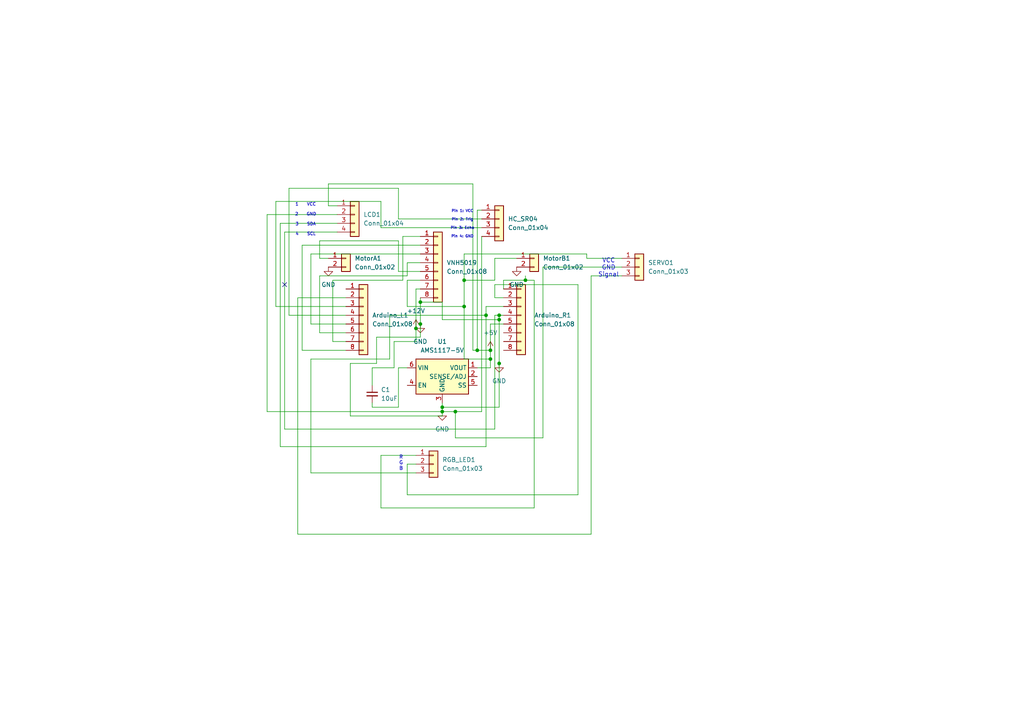
<source format=kicad_sch>
(kicad_sch
	(version 20250114)
	(generator "eeschema")
	(generator_version "9.0")
	(uuid "128acf57-506a-4cc9-9235-89613a55c0cb")
	(paper "A4")
	(lib_symbols
		(symbol "Connector_Generic:Conn_01x02"
			(pin_names
				(offset 1.016)
				(hide yes)
			)
			(exclude_from_sim no)
			(in_bom yes)
			(on_board yes)
			(property "Reference" "J"
				(at 0 2.54 0)
				(effects
					(font
						(size 1.27 1.27)
					)
				)
			)
			(property "Value" "Conn_01x02"
				(at 0 -5.08 0)
				(effects
					(font
						(size 1.27 1.27)
					)
				)
			)
			(property "Footprint" ""
				(at 0 0 0)
				(effects
					(font
						(size 1.27 1.27)
					)
					(hide yes)
				)
			)
			(property "Datasheet" "~"
				(at 0 0 0)
				(effects
					(font
						(size 1.27 1.27)
					)
					(hide yes)
				)
			)
			(property "Description" "Generic connector, single row, 01x02, script generated (kicad-library-utils/schlib/autogen/connector/)"
				(at 0 0 0)
				(effects
					(font
						(size 1.27 1.27)
					)
					(hide yes)
				)
			)
			(property "ki_keywords" "connector"
				(at 0 0 0)
				(effects
					(font
						(size 1.27 1.27)
					)
					(hide yes)
				)
			)
			(property "ki_fp_filters" "Connector*:*_1x??_*"
				(at 0 0 0)
				(effects
					(font
						(size 1.27 1.27)
					)
					(hide yes)
				)
			)
			(symbol "Conn_01x02_1_1"
				(rectangle
					(start -1.27 1.27)
					(end 1.27 -3.81)
					(stroke
						(width 0.254)
						(type default)
					)
					(fill
						(type background)
					)
				)
				(rectangle
					(start -1.27 0.127)
					(end 0 -0.127)
					(stroke
						(width 0.1524)
						(type default)
					)
					(fill
						(type none)
					)
				)
				(rectangle
					(start -1.27 -2.413)
					(end 0 -2.667)
					(stroke
						(width 0.1524)
						(type default)
					)
					(fill
						(type none)
					)
				)
				(pin passive line
					(at -5.08 0 0)
					(length 3.81)
					(name "Pin_1"
						(effects
							(font
								(size 1.27 1.27)
							)
						)
					)
					(number "1"
						(effects
							(font
								(size 1.27 1.27)
							)
						)
					)
				)
				(pin passive line
					(at -5.08 -2.54 0)
					(length 3.81)
					(name "Pin_2"
						(effects
							(font
								(size 1.27 1.27)
							)
						)
					)
					(number "2"
						(effects
							(font
								(size 1.27 1.27)
							)
						)
					)
				)
			)
			(embedded_fonts no)
		)
		(symbol "Connector_Generic:Conn_01x03"
			(pin_names
				(offset 1.016)
				(hide yes)
			)
			(exclude_from_sim no)
			(in_bom yes)
			(on_board yes)
			(property "Reference" "J"
				(at 0 5.08 0)
				(effects
					(font
						(size 1.27 1.27)
					)
				)
			)
			(property "Value" "Conn_01x03"
				(at 0 -5.08 0)
				(effects
					(font
						(size 1.27 1.27)
					)
				)
			)
			(property "Footprint" ""
				(at 0 0 0)
				(effects
					(font
						(size 1.27 1.27)
					)
					(hide yes)
				)
			)
			(property "Datasheet" "~"
				(at 0 0 0)
				(effects
					(font
						(size 1.27 1.27)
					)
					(hide yes)
				)
			)
			(property "Description" "Generic connector, single row, 01x03, script generated (kicad-library-utils/schlib/autogen/connector/)"
				(at 0 0 0)
				(effects
					(font
						(size 1.27 1.27)
					)
					(hide yes)
				)
			)
			(property "ki_keywords" "connector"
				(at 0 0 0)
				(effects
					(font
						(size 1.27 1.27)
					)
					(hide yes)
				)
			)
			(property "ki_fp_filters" "Connector*:*_1x??_*"
				(at 0 0 0)
				(effects
					(font
						(size 1.27 1.27)
					)
					(hide yes)
				)
			)
			(symbol "Conn_01x03_1_1"
				(rectangle
					(start -1.27 3.81)
					(end 1.27 -3.81)
					(stroke
						(width 0.254)
						(type default)
					)
					(fill
						(type background)
					)
				)
				(rectangle
					(start -1.27 2.667)
					(end 0 2.413)
					(stroke
						(width 0.1524)
						(type default)
					)
					(fill
						(type none)
					)
				)
				(rectangle
					(start -1.27 0.127)
					(end 0 -0.127)
					(stroke
						(width 0.1524)
						(type default)
					)
					(fill
						(type none)
					)
				)
				(rectangle
					(start -1.27 -2.413)
					(end 0 -2.667)
					(stroke
						(width 0.1524)
						(type default)
					)
					(fill
						(type none)
					)
				)
				(pin passive line
					(at -5.08 2.54 0)
					(length 3.81)
					(name "Pin_1"
						(effects
							(font
								(size 1.27 1.27)
							)
						)
					)
					(number "1"
						(effects
							(font
								(size 1.27 1.27)
							)
						)
					)
				)
				(pin passive line
					(at -5.08 0 0)
					(length 3.81)
					(name "Pin_2"
						(effects
							(font
								(size 1.27 1.27)
							)
						)
					)
					(number "2"
						(effects
							(font
								(size 1.27 1.27)
							)
						)
					)
				)
				(pin passive line
					(at -5.08 -2.54 0)
					(length 3.81)
					(name "Pin_3"
						(effects
							(font
								(size 1.27 1.27)
							)
						)
					)
					(number "3"
						(effects
							(font
								(size 1.27 1.27)
							)
						)
					)
				)
			)
			(embedded_fonts no)
		)
		(symbol "Connector_Generic:Conn_01x04"
			(pin_names
				(offset 1.016)
				(hide yes)
			)
			(exclude_from_sim no)
			(in_bom yes)
			(on_board yes)
			(property "Reference" "J"
				(at 0 5.08 0)
				(effects
					(font
						(size 1.27 1.27)
					)
				)
			)
			(property "Value" "Conn_01x04"
				(at 0 -7.62 0)
				(effects
					(font
						(size 1.27 1.27)
					)
				)
			)
			(property "Footprint" ""
				(at 0 0 0)
				(effects
					(font
						(size 1.27 1.27)
					)
					(hide yes)
				)
			)
			(property "Datasheet" "~"
				(at 0 0 0)
				(effects
					(font
						(size 1.27 1.27)
					)
					(hide yes)
				)
			)
			(property "Description" "Generic connector, single row, 01x04, script generated (kicad-library-utils/schlib/autogen/connector/)"
				(at 0 0 0)
				(effects
					(font
						(size 1.27 1.27)
					)
					(hide yes)
				)
			)
			(property "ki_keywords" "connector"
				(at 0 0 0)
				(effects
					(font
						(size 1.27 1.27)
					)
					(hide yes)
				)
			)
			(property "ki_fp_filters" "Connector*:*_1x??_*"
				(at 0 0 0)
				(effects
					(font
						(size 1.27 1.27)
					)
					(hide yes)
				)
			)
			(symbol "Conn_01x04_1_1"
				(rectangle
					(start -1.27 3.81)
					(end 1.27 -6.35)
					(stroke
						(width 0.254)
						(type default)
					)
					(fill
						(type background)
					)
				)
				(rectangle
					(start -1.27 2.667)
					(end 0 2.413)
					(stroke
						(width 0.1524)
						(type default)
					)
					(fill
						(type none)
					)
				)
				(rectangle
					(start -1.27 0.127)
					(end 0 -0.127)
					(stroke
						(width 0.1524)
						(type default)
					)
					(fill
						(type none)
					)
				)
				(rectangle
					(start -1.27 -2.413)
					(end 0 -2.667)
					(stroke
						(width 0.1524)
						(type default)
					)
					(fill
						(type none)
					)
				)
				(rectangle
					(start -1.27 -4.953)
					(end 0 -5.207)
					(stroke
						(width 0.1524)
						(type default)
					)
					(fill
						(type none)
					)
				)
				(pin passive line
					(at -5.08 2.54 0)
					(length 3.81)
					(name "Pin_1"
						(effects
							(font
								(size 1.27 1.27)
							)
						)
					)
					(number "1"
						(effects
							(font
								(size 1.27 1.27)
							)
						)
					)
				)
				(pin passive line
					(at -5.08 0 0)
					(length 3.81)
					(name "Pin_2"
						(effects
							(font
								(size 1.27 1.27)
							)
						)
					)
					(number "2"
						(effects
							(font
								(size 1.27 1.27)
							)
						)
					)
				)
				(pin passive line
					(at -5.08 -2.54 0)
					(length 3.81)
					(name "Pin_3"
						(effects
							(font
								(size 1.27 1.27)
							)
						)
					)
					(number "3"
						(effects
							(font
								(size 1.27 1.27)
							)
						)
					)
				)
				(pin passive line
					(at -5.08 -5.08 0)
					(length 3.81)
					(name "Pin_4"
						(effects
							(font
								(size 1.27 1.27)
							)
						)
					)
					(number "4"
						(effects
							(font
								(size 1.27 1.27)
							)
						)
					)
				)
			)
			(embedded_fonts no)
		)
		(symbol "Connector_Generic:Conn_01x08"
			(pin_names
				(offset 1.016)
				(hide yes)
			)
			(exclude_from_sim no)
			(in_bom yes)
			(on_board yes)
			(property "Reference" "J"
				(at 0 10.16 0)
				(effects
					(font
						(size 1.27 1.27)
					)
				)
			)
			(property "Value" "Conn_01x08"
				(at 0 -12.7 0)
				(effects
					(font
						(size 1.27 1.27)
					)
				)
			)
			(property "Footprint" ""
				(at 0 0 0)
				(effects
					(font
						(size 1.27 1.27)
					)
					(hide yes)
				)
			)
			(property "Datasheet" "~"
				(at 0 0 0)
				(effects
					(font
						(size 1.27 1.27)
					)
					(hide yes)
				)
			)
			(property "Description" "Generic connector, single row, 01x08, script generated (kicad-library-utils/schlib/autogen/connector/)"
				(at 0 0 0)
				(effects
					(font
						(size 1.27 1.27)
					)
					(hide yes)
				)
			)
			(property "ki_keywords" "connector"
				(at 0 0 0)
				(effects
					(font
						(size 1.27 1.27)
					)
					(hide yes)
				)
			)
			(property "ki_fp_filters" "Connector*:*_1x??_*"
				(at 0 0 0)
				(effects
					(font
						(size 1.27 1.27)
					)
					(hide yes)
				)
			)
			(symbol "Conn_01x08_1_1"
				(rectangle
					(start -1.27 8.89)
					(end 1.27 -11.43)
					(stroke
						(width 0.254)
						(type default)
					)
					(fill
						(type background)
					)
				)
				(rectangle
					(start -1.27 7.747)
					(end 0 7.493)
					(stroke
						(width 0.1524)
						(type default)
					)
					(fill
						(type none)
					)
				)
				(rectangle
					(start -1.27 5.207)
					(end 0 4.953)
					(stroke
						(width 0.1524)
						(type default)
					)
					(fill
						(type none)
					)
				)
				(rectangle
					(start -1.27 2.667)
					(end 0 2.413)
					(stroke
						(width 0.1524)
						(type default)
					)
					(fill
						(type none)
					)
				)
				(rectangle
					(start -1.27 0.127)
					(end 0 -0.127)
					(stroke
						(width 0.1524)
						(type default)
					)
					(fill
						(type none)
					)
				)
				(rectangle
					(start -1.27 -2.413)
					(end 0 -2.667)
					(stroke
						(width 0.1524)
						(type default)
					)
					(fill
						(type none)
					)
				)
				(rectangle
					(start -1.27 -4.953)
					(end 0 -5.207)
					(stroke
						(width 0.1524)
						(type default)
					)
					(fill
						(type none)
					)
				)
				(rectangle
					(start -1.27 -7.493)
					(end 0 -7.747)
					(stroke
						(width 0.1524)
						(type default)
					)
					(fill
						(type none)
					)
				)
				(rectangle
					(start -1.27 -10.033)
					(end 0 -10.287)
					(stroke
						(width 0.1524)
						(type default)
					)
					(fill
						(type none)
					)
				)
				(pin passive line
					(at -5.08 7.62 0)
					(length 3.81)
					(name "Pin_1"
						(effects
							(font
								(size 1.27 1.27)
							)
						)
					)
					(number "1"
						(effects
							(font
								(size 1.27 1.27)
							)
						)
					)
				)
				(pin passive line
					(at -5.08 5.08 0)
					(length 3.81)
					(name "Pin_2"
						(effects
							(font
								(size 1.27 1.27)
							)
						)
					)
					(number "2"
						(effects
							(font
								(size 1.27 1.27)
							)
						)
					)
				)
				(pin passive line
					(at -5.08 2.54 0)
					(length 3.81)
					(name "Pin_3"
						(effects
							(font
								(size 1.27 1.27)
							)
						)
					)
					(number "3"
						(effects
							(font
								(size 1.27 1.27)
							)
						)
					)
				)
				(pin passive line
					(at -5.08 0 0)
					(length 3.81)
					(name "Pin_4"
						(effects
							(font
								(size 1.27 1.27)
							)
						)
					)
					(number "4"
						(effects
							(font
								(size 1.27 1.27)
							)
						)
					)
				)
				(pin passive line
					(at -5.08 -2.54 0)
					(length 3.81)
					(name "Pin_5"
						(effects
							(font
								(size 1.27 1.27)
							)
						)
					)
					(number "5"
						(effects
							(font
								(size 1.27 1.27)
							)
						)
					)
				)
				(pin passive line
					(at -5.08 -5.08 0)
					(length 3.81)
					(name "Pin_6"
						(effects
							(font
								(size 1.27 1.27)
							)
						)
					)
					(number "6"
						(effects
							(font
								(size 1.27 1.27)
							)
						)
					)
				)
				(pin passive line
					(at -5.08 -7.62 0)
					(length 3.81)
					(name "Pin_7"
						(effects
							(font
								(size 1.27 1.27)
							)
						)
					)
					(number "7"
						(effects
							(font
								(size 1.27 1.27)
							)
						)
					)
				)
				(pin passive line
					(at -5.08 -10.16 0)
					(length 3.81)
					(name "Pin_8"
						(effects
							(font
								(size 1.27 1.27)
							)
						)
					)
					(number "8"
						(effects
							(font
								(size 1.27 1.27)
							)
						)
					)
				)
			)
			(embedded_fonts no)
		)
		(symbol "Device:C_Small"
			(pin_numbers
				(hide yes)
			)
			(pin_names
				(offset 0.254)
				(hide yes)
			)
			(exclude_from_sim no)
			(in_bom yes)
			(on_board yes)
			(property "Reference" "C"
				(at 0.254 1.778 0)
				(effects
					(font
						(size 1.27 1.27)
					)
					(justify left)
				)
			)
			(property "Value" "C_Small"
				(at 0.254 -2.032 0)
				(effects
					(font
						(size 1.27 1.27)
					)
					(justify left)
				)
			)
			(property "Footprint" ""
				(at 0 0 0)
				(effects
					(font
						(size 1.27 1.27)
					)
					(hide yes)
				)
			)
			(property "Datasheet" "~"
				(at 0 0 0)
				(effects
					(font
						(size 1.27 1.27)
					)
					(hide yes)
				)
			)
			(property "Description" "Unpolarized capacitor, small symbol"
				(at 0 0 0)
				(effects
					(font
						(size 1.27 1.27)
					)
					(hide yes)
				)
			)
			(property "ki_keywords" "capacitor cap"
				(at 0 0 0)
				(effects
					(font
						(size 1.27 1.27)
					)
					(hide yes)
				)
			)
			(property "ki_fp_filters" "C_*"
				(at 0 0 0)
				(effects
					(font
						(size 1.27 1.27)
					)
					(hide yes)
				)
			)
			(symbol "C_Small_0_1"
				(polyline
					(pts
						(xy -1.524 0.508) (xy 1.524 0.508)
					)
					(stroke
						(width 0.3048)
						(type default)
					)
					(fill
						(type none)
					)
				)
				(polyline
					(pts
						(xy -1.524 -0.508) (xy 1.524 -0.508)
					)
					(stroke
						(width 0.3302)
						(type default)
					)
					(fill
						(type none)
					)
				)
			)
			(symbol "C_Small_1_1"
				(pin passive line
					(at 0 2.54 270)
					(length 2.032)
					(name "~"
						(effects
							(font
								(size 1.27 1.27)
							)
						)
					)
					(number "1"
						(effects
							(font
								(size 1.27 1.27)
							)
						)
					)
				)
				(pin passive line
					(at 0 -2.54 90)
					(length 2.032)
					(name "~"
						(effects
							(font
								(size 1.27 1.27)
							)
						)
					)
					(number "2"
						(effects
							(font
								(size 1.27 1.27)
							)
						)
					)
				)
			)
			(embedded_fonts no)
		)
		(symbol "Regulator_Linear:ADP7118ACPZN"
			(exclude_from_sim no)
			(in_bom yes)
			(on_board yes)
			(property "Reference" "U"
				(at 0 10.16 0)
				(effects
					(font
						(size 1.27 1.27)
					)
					(justify top)
				)
			)
			(property "Value" "ADP7118ACPZN"
				(at 0 6.35 0)
				(effects
					(font
						(size 1.27 1.27)
					)
				)
			)
			(property "Footprint" "Package_CSP:LFCSP-6-1EP_2x2mm_P0.65mm_EP1x1.6mm"
				(at 0 -12.7 0)
				(effects
					(font
						(size 1.27 1.27)
						(italic yes)
					)
					(hide yes)
				)
			)
			(property "Datasheet" "https://www.analog.com/media/en/technical-documentation/data-sheets/ADP7142.pdf"
				(at 0 -15.24 0)
				(effects
					(font
						(size 1.27 1.27)
					)
					(hide yes)
				)
			)
			(property "Description" "200mA, Low Noise, CMOS Low Dropout Regulator, Positive, Adjustable, LFCSP-6"
				(at 0 0 0)
				(effects
					(font
						(size 1.27 1.27)
					)
					(hide yes)
				)
			)
			(property "ki_keywords" "linear regulator ldo adjustable positive"
				(at 0 0 0)
				(effects
					(font
						(size 1.27 1.27)
					)
					(hide yes)
				)
			)
			(property "ki_fp_filters" "LFCSP*1EP*2x2mm*P0.65mm*"
				(at 0 0 0)
				(effects
					(font
						(size 1.27 1.27)
					)
					(hide yes)
				)
			)
			(symbol "ADP7118ACPZN_0_1"
				(rectangle
					(start -7.62 5.08)
					(end 7.62 -5.08)
					(stroke
						(width 0.254)
						(type default)
					)
					(fill
						(type background)
					)
				)
			)
			(symbol "ADP7118ACPZN_1_1"
				(pin power_in line
					(at -10.16 2.54 0)
					(length 2.54)
					(name "VIN"
						(effects
							(font
								(size 1.27 1.27)
							)
						)
					)
					(number "6"
						(effects
							(font
								(size 1.27 1.27)
							)
						)
					)
				)
				(pin input line
					(at -10.16 -2.54 0)
					(length 2.54)
					(name "EN"
						(effects
							(font
								(size 1.27 1.27)
							)
						)
					)
					(number "4"
						(effects
							(font
								(size 1.27 1.27)
							)
						)
					)
				)
				(pin power_in line
					(at 0 -7.62 90)
					(length 2.54)
					(name "GND"
						(effects
							(font
								(size 1.27 1.27)
							)
						)
					)
					(number "3"
						(effects
							(font
								(size 1.27 1.27)
							)
						)
					)
				)
				(pin passive line
					(at 0 -7.62 90)
					(length 2.54)
					(hide yes)
					(name "GND"
						(effects
							(font
								(size 1.27 1.27)
							)
						)
					)
					(number "7"
						(effects
							(font
								(size 1.27 1.27)
							)
						)
					)
				)
				(pin power_out line
					(at 10.16 2.54 180)
					(length 2.54)
					(name "VOUT"
						(effects
							(font
								(size 1.27 1.27)
							)
						)
					)
					(number "1"
						(effects
							(font
								(size 1.27 1.27)
							)
						)
					)
				)
				(pin input line
					(at 10.16 0 180)
					(length 2.54)
					(name "SENSE/ADJ"
						(effects
							(font
								(size 1.27 1.27)
							)
						)
					)
					(number "2"
						(effects
							(font
								(size 1.27 1.27)
							)
						)
					)
				)
				(pin passive line
					(at 10.16 -2.54 180)
					(length 2.54)
					(name "SS"
						(effects
							(font
								(size 1.27 1.27)
							)
						)
					)
					(number "5"
						(effects
							(font
								(size 1.27 1.27)
							)
						)
					)
				)
			)
			(embedded_fonts no)
		)
		(symbol "power:+12V"
			(power)
			(pin_numbers
				(hide yes)
			)
			(pin_names
				(offset 0)
				(hide yes)
			)
			(exclude_from_sim no)
			(in_bom yes)
			(on_board yes)
			(property "Reference" "#PWR"
				(at 0 -3.81 0)
				(effects
					(font
						(size 1.27 1.27)
					)
					(hide yes)
				)
			)
			(property "Value" "+12V"
				(at 0 3.556 0)
				(effects
					(font
						(size 1.27 1.27)
					)
				)
			)
			(property "Footprint" ""
				(at 0 0 0)
				(effects
					(font
						(size 1.27 1.27)
					)
					(hide yes)
				)
			)
			(property "Datasheet" ""
				(at 0 0 0)
				(effects
					(font
						(size 1.27 1.27)
					)
					(hide yes)
				)
			)
			(property "Description" "Power symbol creates a global label with name \"+12V\""
				(at 0 0 0)
				(effects
					(font
						(size 1.27 1.27)
					)
					(hide yes)
				)
			)
			(property "ki_keywords" "global power"
				(at 0 0 0)
				(effects
					(font
						(size 1.27 1.27)
					)
					(hide yes)
				)
			)
			(symbol "+12V_0_1"
				(polyline
					(pts
						(xy -0.762 1.27) (xy 0 2.54)
					)
					(stroke
						(width 0)
						(type default)
					)
					(fill
						(type none)
					)
				)
				(polyline
					(pts
						(xy 0 2.54) (xy 0.762 1.27)
					)
					(stroke
						(width 0)
						(type default)
					)
					(fill
						(type none)
					)
				)
				(polyline
					(pts
						(xy 0 0) (xy 0 2.54)
					)
					(stroke
						(width 0)
						(type default)
					)
					(fill
						(type none)
					)
				)
			)
			(symbol "+12V_1_1"
				(pin power_in line
					(at 0 0 90)
					(length 0)
					(name "~"
						(effects
							(font
								(size 1.27 1.27)
							)
						)
					)
					(number "1"
						(effects
							(font
								(size 1.27 1.27)
							)
						)
					)
				)
			)
			(embedded_fonts no)
		)
		(symbol "power:+5V"
			(power)
			(pin_numbers
				(hide yes)
			)
			(pin_names
				(offset 0)
				(hide yes)
			)
			(exclude_from_sim no)
			(in_bom yes)
			(on_board yes)
			(property "Reference" "#PWR"
				(at 0 -3.81 0)
				(effects
					(font
						(size 1.27 1.27)
					)
					(hide yes)
				)
			)
			(property "Value" "+5V"
				(at 0 3.556 0)
				(effects
					(font
						(size 1.27 1.27)
					)
				)
			)
			(property "Footprint" ""
				(at 0 0 0)
				(effects
					(font
						(size 1.27 1.27)
					)
					(hide yes)
				)
			)
			(property "Datasheet" ""
				(at 0 0 0)
				(effects
					(font
						(size 1.27 1.27)
					)
					(hide yes)
				)
			)
			(property "Description" "Power symbol creates a global label with name \"+5V\""
				(at 0 0 0)
				(effects
					(font
						(size 1.27 1.27)
					)
					(hide yes)
				)
			)
			(property "ki_keywords" "global power"
				(at 0 0 0)
				(effects
					(font
						(size 1.27 1.27)
					)
					(hide yes)
				)
			)
			(symbol "+5V_0_1"
				(polyline
					(pts
						(xy -0.762 1.27) (xy 0 2.54)
					)
					(stroke
						(width 0)
						(type default)
					)
					(fill
						(type none)
					)
				)
				(polyline
					(pts
						(xy 0 2.54) (xy 0.762 1.27)
					)
					(stroke
						(width 0)
						(type default)
					)
					(fill
						(type none)
					)
				)
				(polyline
					(pts
						(xy 0 0) (xy 0 2.54)
					)
					(stroke
						(width 0)
						(type default)
					)
					(fill
						(type none)
					)
				)
			)
			(symbol "+5V_1_1"
				(pin power_in line
					(at 0 0 90)
					(length 0)
					(name "~"
						(effects
							(font
								(size 1.27 1.27)
							)
						)
					)
					(number "1"
						(effects
							(font
								(size 1.27 1.27)
							)
						)
					)
				)
			)
			(embedded_fonts no)
		)
		(symbol "power:GND"
			(power)
			(pin_numbers
				(hide yes)
			)
			(pin_names
				(offset 0)
				(hide yes)
			)
			(exclude_from_sim no)
			(in_bom yes)
			(on_board yes)
			(property "Reference" "#PWR"
				(at 0 -6.35 0)
				(effects
					(font
						(size 1.27 1.27)
					)
					(hide yes)
				)
			)
			(property "Value" "GND"
				(at 0 -3.81 0)
				(effects
					(font
						(size 1.27 1.27)
					)
				)
			)
			(property "Footprint" ""
				(at 0 0 0)
				(effects
					(font
						(size 1.27 1.27)
					)
					(hide yes)
				)
			)
			(property "Datasheet" ""
				(at 0 0 0)
				(effects
					(font
						(size 1.27 1.27)
					)
					(hide yes)
				)
			)
			(property "Description" "Power symbol creates a global label with name \"GND\" , ground"
				(at 0 0 0)
				(effects
					(font
						(size 1.27 1.27)
					)
					(hide yes)
				)
			)
			(property "ki_keywords" "global power"
				(at 0 0 0)
				(effects
					(font
						(size 1.27 1.27)
					)
					(hide yes)
				)
			)
			(symbol "GND_0_1"
				(polyline
					(pts
						(xy 0 0) (xy 0 -1.27) (xy 1.27 -1.27) (xy 0 -2.54) (xy -1.27 -1.27) (xy 0 -1.27)
					)
					(stroke
						(width 0)
						(type default)
					)
					(fill
						(type none)
					)
				)
			)
			(symbol "GND_1_1"
				(pin power_in line
					(at 0 0 270)
					(length 0)
					(name "~"
						(effects
							(font
								(size 1.27 1.27)
							)
						)
					)
					(number "1"
						(effects
							(font
								(size 1.27 1.27)
							)
						)
					)
				)
			)
			(embedded_fonts no)
		)
	)
	(text "VCC\nGND\nSignal"
		(exclude_from_sim no)
		(at 176.53 77.724 0)
		(effects
			(font
				(size 1.27 1.27)
			)
		)
		(uuid "3741d30c-f2c5-45e8-9b84-a3ab441f8132")
	)
	(text "\n1	VCC\n\n2	GND\n\n3	SDA\n\n4	SCL"
		(exclude_from_sim no)
		(at 88.646 62.992 0)
		(effects
			(font
				(size 0.889 0.889)
			)
		)
		(uuid "556a2c14-b46e-4f34-858f-3bdcb1eec561")
	)
	(text "R\nG\nB\n"
		(exclude_from_sim no)
		(at 116.332 134.366 0)
		(effects
			(font
				(size 1.016 1.016)
			)
		)
		(uuid "6fd9b2d1-3fad-44c3-b338-dc5cb8405a64")
	)
	(text "Pin 1: VCC\n\nPin 2: Trig\n\nPin 3: Echo\n\nPin 4: GND"
		(exclude_from_sim no)
		(at 134.112 65.024 0)
		(effects
			(font
				(size 0.762 0.762)
			)
		)
		(uuid "789c4c2c-48e9-44c0-9c06-19c61004f294")
	)
	(junction
		(at 128.27 119.38)
		(diameter 0)
		(color 0 0 0 0)
		(uuid "0af14b56-83cb-43e4-85c1-e4df309c701d")
	)
	(junction
		(at 128.27 118.11)
		(diameter 0)
		(color 0 0 0 0)
		(uuid "0dc8f06c-7ab3-4d36-9ff6-4bd39c058f16")
	)
	(junction
		(at 121.92 93.98)
		(diameter 0)
		(color 0 0 0 0)
		(uuid "26847d63-206b-46fd-adb8-af861c131508")
	)
	(junction
		(at 152.4 81.28)
		(diameter 0)
		(color 0 0 0 0)
		(uuid "2ad0270e-e667-45b0-a0c3-2ce43ce7360a")
	)
	(junction
		(at 134.62 81.28)
		(diameter 0)
		(color 0 0 0 0)
		(uuid "38492fd7-89ed-48a9-836b-bd972f1f2a54")
	)
	(junction
		(at 138.43 101.6)
		(diameter 0)
		(color 0 0 0 0)
		(uuid "649a0722-52f3-4c78-9879-a3cd73e9e5e6")
	)
	(junction
		(at 142.24 101.6)
		(diameter 0)
		(color 0 0 0 0)
		(uuid "686928ae-afca-4cfa-a90e-f24535c9bfb9")
	)
	(junction
		(at 144.78 105.41)
		(diameter 0)
		(color 0 0 0 0)
		(uuid "6f7fc7c4-6d53-4619-8911-10cf857fdb7f")
	)
	(junction
		(at 121.92 87.63)
		(diameter 0)
		(color 0 0 0 0)
		(uuid "7b180e01-2099-4722-a1fa-5ec01b970d4f")
	)
	(junction
		(at 134.62 88.9)
		(diameter 0)
		(color 0 0 0 0)
		(uuid "7ec5bebc-8194-4ec2-ad68-720ae25c4869")
	)
	(junction
		(at 140.97 91.44)
		(diameter 0)
		(color 0 0 0 0)
		(uuid "88ff7a81-29ec-4a15-9875-2b507831b1e4")
	)
	(junction
		(at 144.78 92.71)
		(diameter 0)
		(color 0 0 0 0)
		(uuid "af788c21-b407-4b35-aa13-b0c56acf4723")
	)
	(junction
		(at 120.65 95.25)
		(diameter 0)
		(color 0 0 0 0)
		(uuid "ce252442-8ad0-49dc-995c-bf08e05c2ee6")
	)
	(junction
		(at 144.78 91.44)
		(diameter 0)
		(color 0 0 0 0)
		(uuid "cf65b1f0-99c0-45ac-8d2f-153366f37827")
	)
	(junction
		(at 142.24 104.14)
		(diameter 0)
		(color 0 0 0 0)
		(uuid "e349b76e-2211-480c-9fba-5ddb5d7869a0")
	)
	(junction
		(at 132.08 119.38)
		(diameter 0)
		(color 0 0 0 0)
		(uuid "fe7c81c5-d3bf-483e-8d1a-166b182fc03c")
	)
	(no_connect
		(at 82.55 82.55)
		(uuid "46baec13-2f85-43db-9996-d5b4557a6397")
	)
	(wire
		(pts
			(xy 110.49 66.04) (xy 110.49 58.42)
		)
		(stroke
			(width 0)
			(type default)
		)
		(uuid "05239d5f-e58e-4584-bf17-8c649b66b500")
	)
	(wire
		(pts
			(xy 121.92 76.2) (xy 118.11 76.2)
		)
		(stroke
			(width 0)
			(type default)
		)
		(uuid "064725b3-434d-4c7f-872a-47439b552d8b")
	)
	(wire
		(pts
			(xy 90.17 137.16) (xy 90.17 104.14)
		)
		(stroke
			(width 0)
			(type default)
		)
		(uuid "07098b9e-941d-4f35-850b-b3770791b3d5")
	)
	(wire
		(pts
			(xy 140.97 91.44) (xy 140.97 129.54)
		)
		(stroke
			(width 0)
			(type default)
		)
		(uuid "0a2618d5-ffd1-40c8-8ef9-69bc677ce564")
	)
	(wire
		(pts
			(xy 120.65 134.62) (xy 118.11 134.62)
		)
		(stroke
			(width 0)
			(type default)
		)
		(uuid "103e4e3b-af4f-4954-a977-ac8db41eb76b")
	)
	(wire
		(pts
			(xy 134.62 73.66) (xy 134.62 81.28)
		)
		(stroke
			(width 0)
			(type default)
		)
		(uuid "122f73a7-28e2-4738-a60d-02fc82a9a233")
	)
	(wire
		(pts
			(xy 92.71 74.93) (xy 95.25 74.93)
		)
		(stroke
			(width 0)
			(type default)
		)
		(uuid "16966688-a229-4983-bb22-90de5437f94c")
	)
	(wire
		(pts
			(xy 92.71 96.52) (xy 100.33 96.52)
		)
		(stroke
			(width 0)
			(type default)
		)
		(uuid "16ffdbc7-460c-42c4-b348-242eaa45b7f7")
	)
	(wire
		(pts
			(xy 143.51 86.36) (xy 146.05 86.36)
		)
		(stroke
			(width 0)
			(type default)
		)
		(uuid "1c90f18a-b268-4ee5-916b-94bc037da39c")
	)
	(wire
		(pts
			(xy 140.97 88.9) (xy 146.05 88.9)
		)
		(stroke
			(width 0)
			(type default)
		)
		(uuid "21816966-37ab-47a6-a8f6-225a7d53d70b")
	)
	(wire
		(pts
			(xy 77.47 62.23) (xy 77.47 119.38)
		)
		(stroke
			(width 0)
			(type default)
		)
		(uuid "21a088bc-a620-4161-96c1-31cc660a9604")
	)
	(wire
		(pts
			(xy 143.51 74.93) (xy 143.51 81.28)
		)
		(stroke
			(width 0)
			(type default)
		)
		(uuid "235f553b-ec01-4ac5-a8fe-846de67435b4")
	)
	(wire
		(pts
			(xy 128.27 87.63) (xy 128.27 92.71)
		)
		(stroke
			(width 0)
			(type default)
		)
		(uuid "23834223-2860-4832-bcc0-e5e141c59838")
	)
	(wire
		(pts
			(xy 109.22 97.79) (xy 109.22 105.41)
		)
		(stroke
			(width 0)
			(type default)
		)
		(uuid "275d61d0-7688-4820-a03a-4938593da6c5")
	)
	(wire
		(pts
			(xy 146.05 91.44) (xy 144.78 91.44)
		)
		(stroke
			(width 0)
			(type default)
		)
		(uuid "29bef3a1-f41e-4bf4-9cdf-494eb6a5bb6a")
	)
	(wire
		(pts
			(xy 118.11 88.9) (xy 134.62 88.9)
		)
		(stroke
			(width 0)
			(type default)
		)
		(uuid "29d62f5f-3dea-4730-a77f-9f6e9bd7f92d")
	)
	(wire
		(pts
			(xy 110.49 147.32) (xy 154.94 147.32)
		)
		(stroke
			(width 0)
			(type default)
		)
		(uuid "2b969a8e-2af9-4ab6-9ab3-767c6f7dc50e")
	)
	(wire
		(pts
			(xy 137.16 53.34) (xy 137.16 101.6)
		)
		(stroke
			(width 0)
			(type default)
		)
		(uuid "2ea5ec82-80ec-4103-88a8-e0845a2390e4")
	)
	(wire
		(pts
			(xy 143.51 91.44) (xy 144.78 91.44)
		)
		(stroke
			(width 0)
			(type default)
		)
		(uuid "2f887e60-26f1-46e5-a8ed-2d8a14d9154b")
	)
	(wire
		(pts
			(xy 152.4 81.28) (xy 146.05 81.28)
		)
		(stroke
			(width 0)
			(type default)
		)
		(uuid "32798c77-b20c-4941-81c6-47d9b7b26d15")
	)
	(wire
		(pts
			(xy 134.62 81.28) (xy 134.62 88.9)
		)
		(stroke
			(width 0)
			(type default)
		)
		(uuid "32a86271-3a14-43e9-b63f-41b22e1c92ca")
	)
	(wire
		(pts
			(xy 132.08 119.38) (xy 128.27 119.38)
		)
		(stroke
			(width 0)
			(type default)
		)
		(uuid "33405c0e-d933-4c92-ac7b-3e8cfc02103c")
	)
	(wire
		(pts
			(xy 90.17 73.66) (xy 90.17 93.98)
		)
		(stroke
			(width 0)
			(type default)
		)
		(uuid "3400c3e3-64f4-4617-b8d8-e3eb94d370dd")
	)
	(wire
		(pts
			(xy 143.51 82.55) (xy 143.51 86.36)
		)
		(stroke
			(width 0)
			(type default)
		)
		(uuid "3760e371-6089-4b45-a48f-eb69aa31c70e")
	)
	(wire
		(pts
			(xy 139.7 119.38) (xy 132.08 119.38)
		)
		(stroke
			(width 0)
			(type default)
		)
		(uuid "3847ed2e-e8bd-43d2-b83a-1f2203b9506f")
	)
	(wire
		(pts
			(xy 180.34 74.93) (xy 170.18 74.93)
		)
		(stroke
			(width 0)
			(type default)
		)
		(uuid "39826d49-77b4-4108-be9d-ff4dce8da31c")
	)
	(wire
		(pts
			(xy 143.51 74.93) (xy 149.86 74.93)
		)
		(stroke
			(width 0)
			(type default)
		)
		(uuid "3a13648c-729c-45b2-870c-6d1ecaae523e")
	)
	(wire
		(pts
			(xy 144.78 92.71) (xy 144.78 105.41)
		)
		(stroke
			(width 0)
			(type default)
		)
		(uuid "3b48b6c6-6e21-4e31-9f87-77925d41acf9")
	)
	(wire
		(pts
			(xy 134.62 81.28) (xy 143.51 81.28)
		)
		(stroke
			(width 0)
			(type default)
		)
		(uuid "3fe7a3df-8f93-4736-8a53-070775d26d1b")
	)
	(wire
		(pts
			(xy 144.78 105.41) (xy 144.78 118.11)
		)
		(stroke
			(width 0)
			(type default)
		)
		(uuid "40c79557-19df-48d5-941d-a67781496ddf")
	)
	(wire
		(pts
			(xy 142.24 93.98) (xy 142.24 101.6)
		)
		(stroke
			(width 0)
			(type default)
		)
		(uuid "4166fa29-e87e-4263-ab32-d9f1fb7dad1c")
	)
	(wire
		(pts
			(xy 154.94 81.28) (xy 152.4 81.28)
		)
		(stroke
			(width 0)
			(type default)
		)
		(uuid "42b12423-228c-4e27-9eb8-8d284143dc91")
	)
	(wire
		(pts
			(xy 92.71 80.01) (xy 92.71 96.52)
		)
		(stroke
			(width 0)
			(type default)
		)
		(uuid "43fac2ab-936d-45e0-b346-fb87ddcc56ad")
	)
	(wire
		(pts
			(xy 137.16 101.6) (xy 138.43 101.6)
		)
		(stroke
			(width 0)
			(type default)
		)
		(uuid "49b4f8ed-ac97-4dec-9ecd-8c21d631e570")
	)
	(wire
		(pts
			(xy 82.55 67.31) (xy 82.55 124.46)
		)
		(stroke
			(width 0)
			(type default)
		)
		(uuid "4fc03314-ac65-4c1c-b77f-837fcb6e66b7")
	)
	(wire
		(pts
			(xy 118.11 134.62) (xy 118.11 143.51)
		)
		(stroke
			(width 0)
			(type default)
		)
		(uuid "50c5bb91-eeee-4a1a-893d-126d4ff875fb")
	)
	(wire
		(pts
			(xy 90.17 104.14) (xy 113.03 104.14)
		)
		(stroke
			(width 0)
			(type default)
		)
		(uuid "52d612bb-4d35-4c5f-8771-c8f825eb53d2")
	)
	(wire
		(pts
			(xy 100.33 99.06) (xy 96.52 99.06)
		)
		(stroke
			(width 0)
			(type default)
		)
		(uuid "55fb2a2e-ac35-4e35-94bf-738d197271d8")
	)
	(wire
		(pts
			(xy 142.24 104.14) (xy 142.24 106.68)
		)
		(stroke
			(width 0)
			(type default)
		)
		(uuid "566cc96a-f100-4369-9d3f-de5e8c753428")
	)
	(wire
		(pts
			(xy 81.28 64.77) (xy 81.28 129.54)
		)
		(stroke
			(width 0)
			(type default)
		)
		(uuid "591c99a3-6861-4817-84b0-3c544916012a")
	)
	(wire
		(pts
			(xy 118.11 76.2) (xy 118.11 80.01)
		)
		(stroke
			(width 0)
			(type default)
		)
		(uuid "59dc1f14-b83b-47b7-80e9-d3768a0d5dea")
	)
	(wire
		(pts
			(xy 170.18 74.93) (xy 170.18 73.66)
		)
		(stroke
			(width 0)
			(type default)
		)
		(uuid "5c052d5b-39fe-4c1f-a681-faf47c409221")
	)
	(wire
		(pts
			(xy 86.36 86.36) (xy 100.33 86.36)
		)
		(stroke
			(width 0)
			(type default)
		)
		(uuid "5c15342c-000d-488c-ae68-30ab07088355")
	)
	(wire
		(pts
			(xy 80.01 58.42) (xy 80.01 88.9)
		)
		(stroke
			(width 0)
			(type default)
		)
		(uuid "612d5b9f-83e9-4e03-942b-4150ca6ddecb")
	)
	(wire
		(pts
			(xy 118.11 143.51) (xy 167.64 143.51)
		)
		(stroke
			(width 0)
			(type default)
		)
		(uuid "6276b22f-5704-4248-8301-e3c726a91ddd")
	)
	(wire
		(pts
			(xy 139.7 60.96) (xy 138.43 60.96)
		)
		(stroke
			(width 0)
			(type default)
		)
		(uuid "630d5409-3e6a-451e-9677-0c8fa08f3179")
	)
	(wire
		(pts
			(xy 121.92 87.63) (xy 121.92 93.98)
		)
		(stroke
			(width 0)
			(type default)
		)
		(uuid "6755ba5b-bae0-4aa4-ae4e-a07246b05203")
	)
	(wire
		(pts
			(xy 138.43 60.96) (xy 138.43 101.6)
		)
		(stroke
			(width 0)
			(type default)
		)
		(uuid "685ff66d-404a-458f-92ef-4abc660684bf")
	)
	(wire
		(pts
			(xy 157.48 77.47) (xy 157.48 127)
		)
		(stroke
			(width 0)
			(type default)
		)
		(uuid "6c488e89-a0b7-45eb-b9a6-5d35a3d72ac8")
	)
	(wire
		(pts
			(xy 95.25 53.34) (xy 137.16 53.34)
		)
		(stroke
			(width 0)
			(type default)
		)
		(uuid "6cb355c7-faed-416b-93b1-ac380a151084")
	)
	(wire
		(pts
			(xy 144.78 91.44) (xy 144.78 92.71)
		)
		(stroke
			(width 0)
			(type default)
		)
		(uuid "6cdd3570-ea4e-4385-b5bb-f4bcaa5a812f")
	)
	(wire
		(pts
			(xy 152.4 80.01) (xy 152.4 81.28)
		)
		(stroke
			(width 0)
			(type default)
		)
		(uuid "6da09b9a-580c-4a26-9871-bfe0b8fb9f9a")
	)
	(wire
		(pts
			(xy 113.03 104.14) (xy 113.03 91.44)
		)
		(stroke
			(width 0)
			(type default)
		)
		(uuid "6f8e0898-52ab-4022-af7c-dbaaab43add6")
	)
	(wire
		(pts
			(xy 115.57 69.85) (xy 92.71 69.85)
		)
		(stroke
			(width 0)
			(type default)
		)
		(uuid "6fdf9275-9c6b-47b1-8495-2783467ed42c")
	)
	(wire
		(pts
			(xy 132.08 127) (xy 132.08 119.38)
		)
		(stroke
			(width 0)
			(type default)
		)
		(uuid "7105aee4-e5c1-46a4-91e6-1ac9849010de")
	)
	(wire
		(pts
			(xy 107.95 116.84) (xy 107.95 118.11)
		)
		(stroke
			(width 0)
			(type default)
		)
		(uuid "7234dad7-5474-4101-95dd-c95999f2735c")
	)
	(wire
		(pts
			(xy 180.34 80.01) (xy 171.45 80.01)
		)
		(stroke
			(width 0)
			(type default)
		)
		(uuid "735d2692-afa5-44ac-b436-c0309f398f38")
	)
	(wire
		(pts
			(xy 90.17 93.98) (xy 100.33 93.98)
		)
		(stroke
			(width 0)
			(type default)
		)
		(uuid "78cff569-128d-4026-83c3-c4b06620f7c3")
	)
	(wire
		(pts
			(xy 83.82 91.44) (xy 100.33 91.44)
		)
		(stroke
			(width 0)
			(type default)
		)
		(uuid "7e719239-7aaa-4c69-ab3c-ae0c5093c37f")
	)
	(wire
		(pts
			(xy 121.92 81.28) (xy 118.11 81.28)
		)
		(stroke
			(width 0)
			(type default)
		)
		(uuid "7e9f3dcc-3e70-4e03-9a27-ffc6efc2e0ca")
	)
	(wire
		(pts
			(xy 83.82 54.61) (xy 83.82 91.44)
		)
		(stroke
			(width 0)
			(type default)
		)
		(uuid "808d45f7-1fca-41fa-91c5-e91eed98fe62")
	)
	(wire
		(pts
			(xy 80.01 88.9) (xy 100.33 88.9)
		)
		(stroke
			(width 0)
			(type default)
		)
		(uuid "81dab3bf-262e-4d16-9033-dbc950687587")
	)
	(wire
		(pts
			(xy 101.6 105.41) (xy 101.6 120.65)
		)
		(stroke
			(width 0)
			(type default)
		)
		(uuid "84536f73-641d-41e7-ae8d-212778e0d2a3")
	)
	(wire
		(pts
			(xy 96.52 81.28) (xy 116.84 81.28)
		)
		(stroke
			(width 0)
			(type default)
		)
		(uuid "8713fa10-c94a-4982-ae3b-484ef4d4f1aa")
	)
	(wire
		(pts
			(xy 140.97 88.9) (xy 140.97 91.44)
		)
		(stroke
			(width 0)
			(type default)
		)
		(uuid "8a628521-3cbe-4ceb-bf96-abc795db4d19")
	)
	(wire
		(pts
			(xy 110.49 58.42) (xy 80.01 58.42)
		)
		(stroke
			(width 0)
			(type default)
		)
		(uuid "8acd99c3-5939-4285-82a4-1776dd10ddf0")
	)
	(wire
		(pts
			(xy 107.95 106.68) (xy 114.3 106.68)
		)
		(stroke
			(width 0)
			(type default)
		)
		(uuid "8c03dbbb-8e46-44e9-80e7-80903427fa42")
	)
	(wire
		(pts
			(xy 139.7 66.04) (xy 110.49 66.04)
		)
		(stroke
			(width 0)
			(type default)
		)
		(uuid "8cf94765-3f90-4ba3-b0f7-985487fe4ba0")
	)
	(wire
		(pts
			(xy 110.49 132.08) (xy 110.49 147.32)
		)
		(stroke
			(width 0)
			(type default)
		)
		(uuid "8e4d1ff1-7a2c-491c-bc0c-4203981515ca")
	)
	(wire
		(pts
			(xy 146.05 93.98) (xy 142.24 93.98)
		)
		(stroke
			(width 0)
			(type default)
		)
		(uuid "90c2a3d2-2839-41e3-aeb5-1a59ab2c628c")
	)
	(wire
		(pts
			(xy 146.05 81.28) (xy 146.05 83.82)
		)
		(stroke
			(width 0)
			(type default)
		)
		(uuid "9124dbc1-d23d-40b8-9234-1374d456f528")
	)
	(wire
		(pts
			(xy 134.62 104.14) (xy 142.24 104.14)
		)
		(stroke
			(width 0)
			(type default)
		)
		(uuid "92d71007-61ae-421c-b550-bddca4c60d48")
	)
	(wire
		(pts
			(xy 92.71 69.85) (xy 92.71 74.93)
		)
		(stroke
			(width 0)
			(type default)
		)
		(uuid "9321e95c-f25a-47c7-b09d-db13b31a825f")
	)
	(wire
		(pts
			(xy 154.94 147.32) (xy 154.94 81.28)
		)
		(stroke
			(width 0)
			(type default)
		)
		(uuid "9773b368-752f-4a06-ab8d-912feff06e12")
	)
	(wire
		(pts
			(xy 139.7 63.5) (xy 115.57 63.5)
		)
		(stroke
			(width 0)
			(type default)
		)
		(uuid "99f9739a-b9ca-4628-bd4f-a18aad128cbc")
	)
	(wire
		(pts
			(xy 167.64 143.51) (xy 167.64 82.55)
		)
		(stroke
			(width 0)
			(type default)
		)
		(uuid "9a63149b-95ae-4807-96b2-fbf57dd7427c")
	)
	(wire
		(pts
			(xy 128.27 92.71) (xy 144.78 92.71)
		)
		(stroke
			(width 0)
			(type default)
		)
		(uuid "9b6d0900-237d-4e3d-bcf0-13e8d2607832")
	)
	(wire
		(pts
			(xy 121.92 78.74) (xy 115.57 78.74)
		)
		(stroke
			(width 0)
			(type default)
		)
		(uuid "9c870f6b-dce9-4e02-8af9-8da1c4376e3c")
	)
	(wire
		(pts
			(xy 142.24 101.6) (xy 142.24 104.14)
		)
		(stroke
			(width 0)
			(type default)
		)
		(uuid "9d29d825-2b27-4d51-869e-bac9319f270a")
	)
	(wire
		(pts
			(xy 138.43 101.6) (xy 142.24 101.6)
		)
		(stroke
			(width 0)
			(type default)
		)
		(uuid "a12bf9d8-5e0d-40ba-8315-7d544e23c437")
	)
	(wire
		(pts
			(xy 128.27 120.65) (xy 128.27 119.38)
		)
		(stroke
			(width 0)
			(type default)
		)
		(uuid "a1317df0-31a4-4f71-bd74-d60094b71e2f")
	)
	(wire
		(pts
			(xy 120.65 137.16) (xy 90.17 137.16)
		)
		(stroke
			(width 0)
			(type default)
		)
		(uuid "a1a77669-1c4f-4ce4-a536-e2593c03bb5a")
	)
	(wire
		(pts
			(xy 81.28 129.54) (xy 140.97 129.54)
		)
		(stroke
			(width 0)
			(type default)
		)
		(uuid "a2950491-2eda-49db-9a2e-bb5293745378")
	)
	(wire
		(pts
			(xy 143.51 124.46) (xy 143.51 91.44)
		)
		(stroke
			(width 0)
			(type default)
		)
		(uuid "a2d97985-a5a2-40e8-a807-cf1fb0a9ad39")
	)
	(wire
		(pts
			(xy 167.64 82.55) (xy 143.51 82.55)
		)
		(stroke
			(width 0)
			(type default)
		)
		(uuid "a9f4309f-0372-48df-8fdf-3a4af45e5222")
	)
	(wire
		(pts
			(xy 114.3 99.06) (xy 120.65 99.06)
		)
		(stroke
			(width 0)
			(type default)
		)
		(uuid "aa897488-e713-46a8-88d9-d219b123acba")
	)
	(wire
		(pts
			(xy 128.27 118.11) (xy 128.27 116.84)
		)
		(stroke
			(width 0)
			(type default)
		)
		(uuid "ab877211-9347-4f1d-bf6a-36d8fdbd2152")
	)
	(wire
		(pts
			(xy 97.79 59.69) (xy 95.25 59.69)
		)
		(stroke
			(width 0)
			(type default)
		)
		(uuid "ae31bec4-00c5-4d53-8adf-2c0b3ddfe6be")
	)
	(wire
		(pts
			(xy 171.45 154.94) (xy 86.36 154.94)
		)
		(stroke
			(width 0)
			(type default)
		)
		(uuid "b1cbc590-f554-48f4-9e35-2dce4c7ab4d0")
	)
	(wire
		(pts
			(xy 120.65 95.25) (xy 120.65 83.82)
		)
		(stroke
			(width 0)
			(type default)
		)
		(uuid "b1e7636f-e22d-470e-bde7-55337cc185bb")
	)
	(wire
		(pts
			(xy 142.24 106.68) (xy 138.43 106.68)
		)
		(stroke
			(width 0)
			(type default)
		)
		(uuid "b22c118d-2bf3-409d-bca8-b94d6da16b51")
	)
	(wire
		(pts
			(xy 121.92 86.36) (xy 121.92 87.63)
		)
		(stroke
			(width 0)
			(type default)
		)
		(uuid "b2c399c3-4dc9-4c57-aa48-a9f49a467a21")
	)
	(wire
		(pts
			(xy 157.48 127) (xy 132.08 127)
		)
		(stroke
			(width 0)
			(type default)
		)
		(uuid "b48bd9b4-41f5-428f-bc41-9e891875f625")
	)
	(wire
		(pts
			(xy 95.25 59.69) (xy 95.25 53.34)
		)
		(stroke
			(width 0)
			(type default)
		)
		(uuid "b7c2dd10-4a3d-439f-9491-0e9e1e1f005c")
	)
	(wire
		(pts
			(xy 87.63 71.12) (xy 87.63 101.6)
		)
		(stroke
			(width 0)
			(type default)
		)
		(uuid "b82b62fb-4f2d-486d-88d0-bdbd15ab9e05")
	)
	(wire
		(pts
			(xy 139.7 68.58) (xy 139.7 119.38)
		)
		(stroke
			(width 0)
			(type default)
		)
		(uuid "b871916c-1861-4337-93fd-96dbd26bd441")
	)
	(wire
		(pts
			(xy 97.79 67.31) (xy 82.55 67.31)
		)
		(stroke
			(width 0)
			(type default)
		)
		(uuid "b9b2a68b-ec5e-402d-a4c3-4a5134085283")
	)
	(wire
		(pts
			(xy 128.27 118.11) (xy 144.78 118.11)
		)
		(stroke
			(width 0)
			(type default)
		)
		(uuid "bcb22847-28aa-4a6c-8e71-80100411d0b9")
	)
	(wire
		(pts
			(xy 115.57 118.11) (xy 115.57 106.68)
		)
		(stroke
			(width 0)
			(type default)
		)
		(uuid "bcf50de5-1ede-4caf-a290-d0a9283a5e55")
	)
	(wire
		(pts
			(xy 77.47 119.38) (xy 128.27 119.38)
		)
		(stroke
			(width 0)
			(type default)
		)
		(uuid "be08dc70-54b0-4581-a015-d562500a26e0")
	)
	(wire
		(pts
			(xy 114.3 106.68) (xy 114.3 99.06)
		)
		(stroke
			(width 0)
			(type default)
		)
		(uuid "be265a1c-0e2a-4e33-98eb-baf3b24d94b7")
	)
	(wire
		(pts
			(xy 115.57 106.68) (xy 118.11 106.68)
		)
		(stroke
			(width 0)
			(type default)
		)
		(uuid "bfcb6312-2391-4f05-a92e-3fd9a4481b08")
	)
	(wire
		(pts
			(xy 97.79 62.23) (xy 77.47 62.23)
		)
		(stroke
			(width 0)
			(type default)
		)
		(uuid "c12f23c4-dcde-41b8-ab90-84dfb222c771")
	)
	(wire
		(pts
			(xy 82.55 124.46) (xy 143.51 124.46)
		)
		(stroke
			(width 0)
			(type default)
		)
		(uuid "c2724cef-7326-4e66-a3d3-29b2cfb47f50")
	)
	(wire
		(pts
			(xy 121.92 73.66) (xy 90.17 73.66)
		)
		(stroke
			(width 0)
			(type default)
		)
		(uuid "c2bda850-7a8b-48ed-be08-d7ba91795333")
	)
	(wire
		(pts
			(xy 115.57 78.74) (xy 115.57 69.85)
		)
		(stroke
			(width 0)
			(type default)
		)
		(uuid "c5e3b22b-8e44-4b2f-b965-31c3b43ea9ae")
	)
	(wire
		(pts
			(xy 120.65 132.08) (xy 110.49 132.08)
		)
		(stroke
			(width 0)
			(type default)
		)
		(uuid "c7a5ce29-0589-4a75-a9d3-7d28af58ef3b")
	)
	(wire
		(pts
			(xy 97.79 64.77) (xy 81.28 64.77)
		)
		(stroke
			(width 0)
			(type default)
		)
		(uuid "ca988ae5-e5fd-4d45-9666-7b9b64344d79")
	)
	(wire
		(pts
			(xy 128.27 119.38) (xy 128.27 118.11)
		)
		(stroke
			(width 0)
			(type default)
		)
		(uuid "cd8de0bf-32ff-46bf-98f8-7909e6c53165")
	)
	(wire
		(pts
			(xy 118.11 80.01) (xy 92.71 80.01)
		)
		(stroke
			(width 0)
			(type default)
		)
		(uuid "d0241f64-fc41-4f1e-b92c-da83e0ffb2a9")
	)
	(wire
		(pts
			(xy 118.11 81.28) (xy 118.11 88.9)
		)
		(stroke
			(width 0)
			(type default)
		)
		(uuid "d2eb54df-1031-45f8-9191-442a2c415ee9")
	)
	(wire
		(pts
			(xy 121.92 97.79) (xy 109.22 97.79)
		)
		(stroke
			(width 0)
			(type default)
		)
		(uuid "d4428364-307e-4045-9910-ed21748bfdf1")
	)
	(wire
		(pts
			(xy 120.65 83.82) (xy 121.92 83.82)
		)
		(stroke
			(width 0)
			(type default)
		)
		(uuid "d99549b4-f146-4188-b228-7bfd512d52eb")
	)
	(wire
		(pts
			(xy 121.92 71.12) (xy 87.63 71.12)
		)
		(stroke
			(width 0)
			(type default)
		)
		(uuid "ddee3572-d5ab-441d-9f33-34148ec68957")
	)
	(wire
		(pts
			(xy 115.57 54.61) (xy 83.82 54.61)
		)
		(stroke
			(width 0)
			(type default)
		)
		(uuid "e375f93d-645d-4ff9-8bc9-48cd3efbdcab")
	)
	(wire
		(pts
			(xy 121.92 93.98) (xy 121.92 97.79)
		)
		(stroke
			(width 0)
			(type default)
		)
		(uuid "e5bf73ad-5b74-46c1-b238-bf0e60c180a9")
	)
	(wire
		(pts
			(xy 87.63 101.6) (xy 100.33 101.6)
		)
		(stroke
			(width 0)
			(type default)
		)
		(uuid "e61018ef-59bd-4164-bf36-d33f91fe4e61")
	)
	(wire
		(pts
			(xy 107.95 111.76) (xy 107.95 106.68)
		)
		(stroke
			(width 0)
			(type default)
		)
		(uuid "e6ce6a09-4d7b-4379-842f-74054d7d5af2")
	)
	(wire
		(pts
			(xy 170.18 73.66) (xy 134.62 73.66)
		)
		(stroke
			(width 0)
			(type default)
		)
		(uuid "e7eb671a-48cf-4ac9-9011-fe6e154f7576")
	)
	(wire
		(pts
			(xy 86.36 154.94) (xy 86.36 86.36)
		)
		(stroke
			(width 0)
			(type default)
		)
		(uuid "e861bc15-d4db-46fc-a7cf-c59a7f72014a")
	)
	(wire
		(pts
			(xy 121.92 87.63) (xy 128.27 87.63)
		)
		(stroke
			(width 0)
			(type default)
		)
		(uuid "e88ca2f5-8fa9-4ccf-b01f-e84f6df30a75")
	)
	(wire
		(pts
			(xy 115.57 63.5) (xy 115.57 54.61)
		)
		(stroke
			(width 0)
			(type default)
		)
		(uuid "ea53ff91-85e1-40f5-b625-ab3b47f6171b")
	)
	(wire
		(pts
			(xy 113.03 91.44) (xy 140.97 91.44)
		)
		(stroke
			(width 0)
			(type default)
		)
		(uuid "ed880f2b-fcca-495e-a483-514a404e021e")
	)
	(wire
		(pts
			(xy 180.34 77.47) (xy 157.48 77.47)
		)
		(stroke
			(width 0)
			(type default)
		)
		(uuid "f02c31d0-fb00-4057-b00f-ab7cd0026ef1")
	)
	(wire
		(pts
			(xy 96.52 99.06) (xy 96.52 81.28)
		)
		(stroke
			(width 0)
			(type default)
		)
		(uuid "f0ac5e84-b576-49fd-a3cb-a37d6c6c6207")
	)
	(wire
		(pts
			(xy 107.95 118.11) (xy 115.57 118.11)
		)
		(stroke
			(width 0)
			(type default)
		)
		(uuid "f0f9bca9-c7db-4ae9-bee0-fe0d2eacb58d")
	)
	(wire
		(pts
			(xy 120.65 99.06) (xy 120.65 95.25)
		)
		(stroke
			(width 0)
			(type default)
		)
		(uuid "f5d3bf70-c166-4a64-9a42-5e984f099e36")
	)
	(wire
		(pts
			(xy 109.22 105.41) (xy 101.6 105.41)
		)
		(stroke
			(width 0)
			(type default)
		)
		(uuid "f603dc31-a7e2-4d19-844c-5309c4915e8a")
	)
	(wire
		(pts
			(xy 171.45 80.01) (xy 171.45 154.94)
		)
		(stroke
			(width 0)
			(type default)
		)
		(uuid "f92ba2e4-0b4c-4ea4-a239-0e26e7d5472d")
	)
	(wire
		(pts
			(xy 101.6 120.65) (xy 128.27 120.65)
		)
		(stroke
			(width 0)
			(type default)
		)
		(uuid "fa13cf73-52cb-4401-a5c0-b8b584d6de1d")
	)
	(wire
		(pts
			(xy 116.84 68.58) (xy 121.92 68.58)
		)
		(stroke
			(width 0)
			(type default)
		)
		(uuid "fbdce880-3a4f-44da-b7a8-06ee1a6225dc")
	)
	(wire
		(pts
			(xy 134.62 88.9) (xy 134.62 104.14)
		)
		(stroke
			(width 0)
			(type default)
		)
		(uuid "fbfc8123-7541-473e-b29b-ad12ce3142b4")
	)
	(wire
		(pts
			(xy 116.84 81.28) (xy 116.84 68.58)
		)
		(stroke
			(width 0)
			(type default)
		)
		(uuid "ffff1787-bd59-452c-805e-e40f3e4005b9")
	)
	(symbol
		(lib_id "power:GND")
		(at 95.25 77.47 0)
		(unit 1)
		(exclude_from_sim no)
		(in_bom yes)
		(on_board yes)
		(dnp no)
		(fields_autoplaced yes)
		(uuid "0a2f9480-6a66-43ab-8bf3-f7bb0922bdec")
		(property "Reference" "#PWR06"
			(at 95.25 83.82 0)
			(effects
				(font
					(size 1.27 1.27)
				)
				(hide yes)
			)
		)
		(property "Value" "GND"
			(at 95.25 82.55 0)
			(effects
				(font
					(size 1.27 1.27)
				)
			)
		)
		(property "Footprint" ""
			(at 95.25 77.47 0)
			(effects
				(font
					(size 1.27 1.27)
				)
				(hide yes)
			)
		)
		(property "Datasheet" ""
			(at 95.25 77.47 0)
			(effects
				(font
					(size 1.27 1.27)
				)
				(hide yes)
			)
		)
		(property "Description" "Power symbol creates a global label with name \"GND\" , ground"
			(at 95.25 77.47 0)
			(effects
				(font
					(size 1.27 1.27)
				)
				(hide yes)
			)
		)
		(pin "1"
			(uuid "e498e833-5d97-4ec8-ab48-5e58600f8687")
		)
		(instances
			(project ""
				(path "/128acf57-506a-4cc9-9235-89613a55c0cb"
					(reference "#PWR06")
					(unit 1)
				)
			)
		)
	)
	(symbol
		(lib_id "Connector_Generic:Conn_01x03")
		(at 185.42 77.47 0)
		(unit 1)
		(exclude_from_sim no)
		(in_bom yes)
		(on_board yes)
		(dnp no)
		(fields_autoplaced yes)
		(uuid "1aa6fe8d-39ed-428b-92e4-f41d48e96eb1")
		(property "Reference" "SERVO1"
			(at 187.96 76.1999 0)
			(effects
				(font
					(size 1.27 1.27)
				)
				(justify left)
			)
		)
		(property "Value" "Conn_01x03"
			(at 187.96 78.7399 0)
			(effects
				(font
					(size 1.27 1.27)
				)
				(justify left)
			)
		)
		(property "Footprint" "Connector_PinHeader_2.54mm:PinHeader_1x03_P2.54mm_Vertical"
			(at 185.42 77.47 0)
			(effects
				(font
					(size 1.27 1.27)
				)
				(hide yes)
			)
		)
		(property "Datasheet" "~"
			(at 185.42 77.47 0)
			(effects
				(font
					(size 1.27 1.27)
				)
				(hide yes)
			)
		)
		(property "Description" "Generic connector, single row, 01x03, script generated (kicad-library-utils/schlib/autogen/connector/)"
			(at 185.42 77.47 0)
			(effects
				(font
					(size 1.27 1.27)
				)
				(hide yes)
			)
		)
		(pin "2"
			(uuid "3718111a-4e60-4913-bc6b-148c34d821e6")
		)
		(pin "1"
			(uuid "a6929e06-7e03-4800-badd-365eb920529d")
		)
		(pin "3"
			(uuid "1c4d5dc6-533a-4180-8b79-14df408ed6a0")
		)
		(instances
			(project ""
				(path "/128acf57-506a-4cc9-9235-89613a55c0cb"
					(reference "SERVO1")
					(unit 1)
				)
			)
		)
	)
	(symbol
		(lib_id "power:GND")
		(at 128.27 119.38 0)
		(unit 1)
		(exclude_from_sim no)
		(in_bom yes)
		(on_board yes)
		(dnp no)
		(fields_autoplaced yes)
		(uuid "1c8193b9-c035-4bb5-ae64-d7e7f302c6b6")
		(property "Reference" "#PWR04"
			(at 128.27 125.73 0)
			(effects
				(font
					(size 1.27 1.27)
				)
				(hide yes)
			)
		)
		(property "Value" "GND"
			(at 128.27 124.46 0)
			(effects
				(font
					(size 1.27 1.27)
				)
			)
		)
		(property "Footprint" ""
			(at 128.27 119.38 0)
			(effects
				(font
					(size 1.27 1.27)
				)
				(hide yes)
			)
		)
		(property "Datasheet" ""
			(at 128.27 119.38 0)
			(effects
				(font
					(size 1.27 1.27)
				)
				(hide yes)
			)
		)
		(property "Description" "Power symbol creates a global label with name \"GND\" , ground"
			(at 128.27 119.38 0)
			(effects
				(font
					(size 1.27 1.27)
				)
				(hide yes)
			)
		)
		(pin "1"
			(uuid "dac52328-179f-4e29-9f99-ac1ecbc5d06b")
		)
		(instances
			(project ""
				(path "/128acf57-506a-4cc9-9235-89613a55c0cb"
					(reference "#PWR04")
					(unit 1)
				)
			)
		)
	)
	(symbol
		(lib_id "Connector_Generic:Conn_01x04")
		(at 102.87 62.23 0)
		(unit 1)
		(exclude_from_sim no)
		(in_bom yes)
		(on_board yes)
		(dnp no)
		(fields_autoplaced yes)
		(uuid "3c51d5f1-17b2-4139-b759-dc7d22015868")
		(property "Reference" "LCD1"
			(at 105.41 62.2299 0)
			(effects
				(font
					(size 1.27 1.27)
				)
				(justify left)
			)
		)
		(property "Value" "Conn_01x04"
			(at 105.41 64.7699 0)
			(effects
				(font
					(size 1.27 1.27)
				)
				(justify left)
			)
		)
		(property "Footprint" "Connector_PinHeader_2.54mm:PinHeader_1x04_P2.54mm_Vertical"
			(at 102.87 62.23 0)
			(effects
				(font
					(size 1.27 1.27)
				)
				(hide yes)
			)
		)
		(property "Datasheet" "~"
			(at 102.87 62.23 0)
			(effects
				(font
					(size 1.27 1.27)
				)
				(hide yes)
			)
		)
		(property "Description" "Generic connector, single row, 01x04, script generated (kicad-library-utils/schlib/autogen/connector/)"
			(at 102.87 62.23 0)
			(effects
				(font
					(size 1.27 1.27)
				)
				(hide yes)
			)
		)
		(pin "2"
			(uuid "88455020-115f-4660-8755-e26dfe8c4dba")
		)
		(pin "3"
			(uuid "41745ed7-ee0a-4d83-b447-d95988e775b5")
		)
		(pin "1"
			(uuid "89c938ca-b517-4485-8149-e8c65b379266")
		)
		(pin "4"
			(uuid "874dd512-01a1-481b-b00e-fb3bace8d6ce")
		)
		(instances
			(project ""
				(path "/128acf57-506a-4cc9-9235-89613a55c0cb"
					(reference "LCD1")
					(unit 1)
				)
			)
		)
	)
	(symbol
		(lib_id "Connector_Generic:Conn_01x08")
		(at 127 76.2 0)
		(unit 1)
		(exclude_from_sim no)
		(in_bom yes)
		(on_board yes)
		(dnp no)
		(fields_autoplaced yes)
		(uuid "60710be7-565e-4754-b35e-a7b2f54902fd")
		(property "Reference" "VNH5019"
			(at 129.54 76.1999 0)
			(effects
				(font
					(size 1.27 1.27)
				)
				(justify left)
			)
		)
		(property "Value" "Conn_01x08"
			(at 129.54 78.7399 0)
			(effects
				(font
					(size 1.27 1.27)
				)
				(justify left)
			)
		)
		(property "Footprint" "Connector_PinHeader_2.54mm:PinHeader_1x08_P2.54mm_Vertical"
			(at 127 76.2 0)
			(effects
				(font
					(size 1.27 1.27)
				)
				(hide yes)
			)
		)
		(property "Datasheet" "~"
			(at 127 76.2 0)
			(effects
				(font
					(size 1.27 1.27)
				)
				(hide yes)
			)
		)
		(property "Description" "Generic connector, single row, 01x08, script generated (kicad-library-utils/schlib/autogen/connector/)"
			(at 127 76.2 0)
			(effects
				(font
					(size 1.27 1.27)
				)
				(hide yes)
			)
		)
		(pin "6"
			(uuid "e64ded56-605f-4ccd-ab95-7f580e9fbf33")
		)
		(pin "5"
			(uuid "a7a6dedc-769d-4a07-ab95-c53df535766d")
		)
		(pin "2"
			(uuid "70298073-6276-4068-807c-cc7171e20bf4")
		)
		(pin "4"
			(uuid "929047df-8133-4600-8045-40a0855ff5e9")
		)
		(pin "1"
			(uuid "634097f1-24e0-4dfc-8dbd-7dca278ab47d")
		)
		(pin "3"
			(uuid "138d5b50-436c-4d0f-a286-18b830c8109f")
		)
		(pin "8"
			(uuid "1b39d13f-a808-4e65-9e11-483203144d88")
		)
		(pin "7"
			(uuid "7535cac8-f501-4603-8890-ce7ad0f3db37")
		)
		(instances
			(project ""
				(path "/128acf57-506a-4cc9-9235-89613a55c0cb"
					(reference "VNH5019")
					(unit 1)
				)
			)
		)
	)
	(symbol
		(lib_id "power:+5V")
		(at 142.24 101.6 0)
		(unit 1)
		(exclude_from_sim no)
		(in_bom yes)
		(on_board yes)
		(dnp no)
		(fields_autoplaced yes)
		(uuid "6d1598d7-3738-477a-8ad6-af4fb262ec7a")
		(property "Reference" "#PWR02"
			(at 142.24 105.41 0)
			(effects
				(font
					(size 1.27 1.27)
				)
				(hide yes)
			)
		)
		(property "Value" "+5V"
			(at 142.24 96.52 0)
			(effects
				(font
					(size 1.27 1.27)
				)
			)
		)
		(property "Footprint" ""
			(at 142.24 101.6 0)
			(effects
				(font
					(size 1.27 1.27)
				)
				(hide yes)
			)
		)
		(property "Datasheet" ""
			(at 142.24 101.6 0)
			(effects
				(font
					(size 1.27 1.27)
				)
				(hide yes)
			)
		)
		(property "Description" "Power symbol creates a global label with name \"+5V\""
			(at 142.24 101.6 0)
			(effects
				(font
					(size 1.27 1.27)
				)
				(hide yes)
			)
		)
		(pin "1"
			(uuid "a52ef7b8-fcd2-4b95-ad25-6a2535f6f20a")
		)
		(instances
			(project ""
				(path "/128acf57-506a-4cc9-9235-89613a55c0cb"
					(reference "#PWR02")
					(unit 1)
				)
			)
		)
	)
	(symbol
		(lib_id "Connector_Generic:Conn_01x03")
		(at 125.73 134.62 0)
		(unit 1)
		(exclude_from_sim no)
		(in_bom yes)
		(on_board yes)
		(dnp no)
		(fields_autoplaced yes)
		(uuid "75ef4681-a62d-481c-9eab-40da15dbac39")
		(property "Reference" "RGB_LED1"
			(at 128.27 133.3499 0)
			(effects
				(font
					(size 1.27 1.27)
				)
				(justify left)
			)
		)
		(property "Value" "Conn_01x03"
			(at 128.27 135.8899 0)
			(effects
				(font
					(size 1.27 1.27)
				)
				(justify left)
			)
		)
		(property "Footprint" "Connector_PinHeader_2.54mm:PinHeader_1x03_P2.54mm_Vertical"
			(at 125.73 134.62 0)
			(effects
				(font
					(size 1.27 1.27)
				)
				(hide yes)
			)
		)
		(property "Datasheet" "~"
			(at 125.73 134.62 0)
			(effects
				(font
					(size 1.27 1.27)
				)
				(hide yes)
			)
		)
		(property "Description" "Generic connector, single row, 01x03, script generated (kicad-library-utils/schlib/autogen/connector/)"
			(at 125.73 134.62 0)
			(effects
				(font
					(size 1.27 1.27)
				)
				(hide yes)
			)
		)
		(pin "1"
			(uuid "2efae6a6-d763-4b7c-ae35-080ae58e1997")
		)
		(pin "2"
			(uuid "57b5bd98-83bd-4e96-aca5-4fd67c4cc501")
		)
		(pin "3"
			(uuid "fcb0b456-c8a6-4159-a2d1-556c74603a51")
		)
		(instances
			(project ""
				(path "/128acf57-506a-4cc9-9235-89613a55c0cb"
					(reference "RGB_LED1")
					(unit 1)
				)
			)
		)
	)
	(symbol
		(lib_id "Connector_Generic:Conn_01x02")
		(at 154.94 74.93 0)
		(unit 1)
		(exclude_from_sim no)
		(in_bom yes)
		(on_board yes)
		(dnp no)
		(fields_autoplaced yes)
		(uuid "7ecccae5-cdc3-49fd-80e5-7fb1be0f1ec8")
		(property "Reference" "MotorB1"
			(at 157.48 74.9299 0)
			(effects
				(font
					(size 1.27 1.27)
				)
				(justify left)
			)
		)
		(property "Value" "Conn_01x02"
			(at 157.48 77.4699 0)
			(effects
				(font
					(size 1.27 1.27)
				)
				(justify left)
			)
		)
		(property "Footprint" "Connector_PinHeader_2.54mm:PinHeader_1x02_P2.54mm_Vertical"
			(at 154.94 74.93 0)
			(effects
				(font
					(size 1.27 1.27)
				)
				(hide yes)
			)
		)
		(property "Datasheet" "~"
			(at 154.94 74.93 0)
			(effects
				(font
					(size 1.27 1.27)
				)
				(hide yes)
			)
		)
		(property "Description" "Generic connector, single row, 01x02, script generated (kicad-library-utils/schlib/autogen/connector/)"
			(at 154.94 74.93 0)
			(effects
				(font
					(size 1.27 1.27)
				)
				(hide yes)
			)
		)
		(pin "1"
			(uuid "c750eb40-cef6-4727-946c-5954690d51b3")
		)
		(pin "2"
			(uuid "759ef9e9-deec-4b7b-9667-8a50eaac8b04")
		)
		(instances
			(project ""
				(path "/128acf57-506a-4cc9-9235-89613a55c0cb"
					(reference "MotorB1")
					(unit 1)
				)
			)
		)
	)
	(symbol
		(lib_id "Connector_Generic:Conn_01x04")
		(at 144.78 63.5 0)
		(unit 1)
		(exclude_from_sim no)
		(in_bom yes)
		(on_board yes)
		(dnp no)
		(fields_autoplaced yes)
		(uuid "7f1d794a-c96b-4ad9-a4f8-5a5ae5dc006b")
		(property "Reference" "HC_SR04"
			(at 147.32 63.4999 0)
			(effects
				(font
					(size 1.27 1.27)
				)
				(justify left)
			)
		)
		(property "Value" "Conn_01x04"
			(at 147.32 66.0399 0)
			(effects
				(font
					(size 1.27 1.27)
				)
				(justify left)
			)
		)
		(property "Footprint" "Connector_PinHeader_2.54mm:PinHeader_1x04_P2.54mm_Vertical"
			(at 144.78 63.5 0)
			(effects
				(font
					(size 1.27 1.27)
				)
				(hide yes)
			)
		)
		(property "Datasheet" "~"
			(at 144.78 63.5 0)
			(effects
				(font
					(size 1.27 1.27)
				)
				(hide yes)
			)
		)
		(property "Description" "Generic connector, single row, 01x04, script generated (kicad-library-utils/schlib/autogen/connector/)"
			(at 144.78 63.5 0)
			(effects
				(font
					(size 1.27 1.27)
				)
				(hide yes)
			)
		)
		(pin "3"
			(uuid "10350fa0-8029-43d4-8fea-31593842cff4")
		)
		(pin "1"
			(uuid "e421a324-0a1b-435f-922c-b523533dd183")
		)
		(pin "2"
			(uuid "4783c688-f345-4cdf-8d56-1008237f47e8")
		)
		(pin "4"
			(uuid "3adb4601-2f46-44ee-9298-a41c1e547a66")
		)
		(instances
			(project ""
				(path "/128acf57-506a-4cc9-9235-89613a55c0cb"
					(reference "HC_SR04")
					(unit 1)
				)
			)
		)
	)
	(symbol
		(lib_id "Connector_Generic:Conn_01x08")
		(at 105.41 91.44 0)
		(unit 1)
		(exclude_from_sim no)
		(in_bom yes)
		(on_board yes)
		(dnp no)
		(fields_autoplaced yes)
		(uuid "8368a721-ef2e-4151-a790-36e28d23764c")
		(property "Reference" "Arduino_L1"
			(at 107.95 91.4399 0)
			(effects
				(font
					(size 1.27 1.27)
				)
				(justify left)
			)
		)
		(property "Value" "Conn_01x08"
			(at 107.95 93.9799 0)
			(effects
				(font
					(size 1.27 1.27)
				)
				(justify left)
			)
		)
		(property "Footprint" "Connector_PinHeader_2.54mm:PinHeader_1x08_P2.54mm_Vertical"
			(at 105.41 91.44 0)
			(effects
				(font
					(size 1.27 1.27)
				)
				(hide yes)
			)
		)
		(property "Datasheet" "~"
			(at 105.41 91.44 0)
			(effects
				(font
					(size 1.27 1.27)
				)
				(hide yes)
			)
		)
		(property "Description" "Generic connector, single row, 01x08, script generated (kicad-library-utils/schlib/autogen/connector/)"
			(at 105.41 91.44 0)
			(effects
				(font
					(size 1.27 1.27)
				)
				(hide yes)
			)
		)
		(pin "5"
			(uuid "642a187d-4c84-4a8a-a69b-5c15afb497b6")
		)
		(pin "1"
			(uuid "afc7ccf0-c6f4-48da-88c3-aeb8ff6df624")
		)
		(pin "2"
			(uuid "b51ce219-e02b-47a4-a2b5-937be2b6f26c")
		)
		(pin "3"
			(uuid "d7937ade-94a6-4432-9f36-076909dcb696")
		)
		(pin "4"
			(uuid "8795ccea-a8c6-44b1-b223-feb8e4162ef5")
		)
		(pin "6"
			(uuid "fd1b9bba-b522-401e-92f5-27ab3139c30a")
		)
		(pin "7"
			(uuid "739f8d03-05cf-43b2-8840-d03a5ab3fd49")
		)
		(pin "8"
			(uuid "172ec665-9408-45c5-b858-d23e23d9ce55")
		)
		(instances
			(project ""
				(path "/128acf57-506a-4cc9-9235-89613a55c0cb"
					(reference "Arduino_L1")
					(unit 1)
				)
			)
		)
	)
	(symbol
		(lib_id "power:GND")
		(at 144.78 105.41 0)
		(unit 1)
		(exclude_from_sim no)
		(in_bom yes)
		(on_board yes)
		(dnp no)
		(fields_autoplaced yes)
		(uuid "8909ba1d-9263-4e1f-8aaa-1887638dc568")
		(property "Reference" "#PWR05"
			(at 144.78 111.76 0)
			(effects
				(font
					(size 1.27 1.27)
				)
				(hide yes)
			)
		)
		(property "Value" "GND"
			(at 144.78 110.49 0)
			(effects
				(font
					(size 1.27 1.27)
				)
			)
		)
		(property "Footprint" ""
			(at 144.78 105.41 0)
			(effects
				(font
					(size 1.27 1.27)
				)
				(hide yes)
			)
		)
		(property "Datasheet" ""
			(at 144.78 105.41 0)
			(effects
				(font
					(size 1.27 1.27)
				)
				(hide yes)
			)
		)
		(property "Description" "Power symbol creates a global label with name \"GND\" , ground"
			(at 144.78 105.41 0)
			(effects
				(font
					(size 1.27 1.27)
				)
				(hide yes)
			)
		)
		(pin "1"
			(uuid "48b4f603-b564-4029-aead-52738dba5e1c")
		)
		(instances
			(project ""
				(path "/128acf57-506a-4cc9-9235-89613a55c0cb"
					(reference "#PWR05")
					(unit 1)
				)
			)
		)
	)
	(symbol
		(lib_id "Connector_Generic:Conn_01x08")
		(at 151.13 91.44 0)
		(unit 1)
		(exclude_from_sim no)
		(in_bom yes)
		(on_board yes)
		(dnp no)
		(fields_autoplaced yes)
		(uuid "8f3a1c7e-5981-46c1-842e-fce9ad72f72c")
		(property "Reference" "Arduino_R1"
			(at 154.94 91.4399 0)
			(effects
				(font
					(size 1.27 1.27)
				)
				(justify left)
			)
		)
		(property "Value" "Conn_01x08"
			(at 154.94 93.9799 0)
			(effects
				(font
					(size 1.27 1.27)
				)
				(justify left)
			)
		)
		(property "Footprint" "Connector_PinHeader_2.54mm:PinHeader_1x08_P2.54mm_Vertical"
			(at 151.13 91.44 0)
			(effects
				(font
					(size 1.27 1.27)
				)
				(hide yes)
			)
		)
		(property "Datasheet" "~"
			(at 151.13 91.44 0)
			(effects
				(font
					(size 1.27 1.27)
				)
				(hide yes)
			)
		)
		(property "Description" "Generic connector, single row, 01x08, script generated (kicad-library-utils/schlib/autogen/connector/)"
			(at 151.13 91.44 0)
			(effects
				(font
					(size 1.27 1.27)
				)
				(hide yes)
			)
		)
		(pin "8"
			(uuid "7cbfc0c6-77dd-4a09-a099-9ff5f71dcc30")
		)
		(pin "7"
			(uuid "e68a733f-6f28-4ac1-ad06-ef965c2f0f2b")
		)
		(pin "1"
			(uuid "1a371621-9d7c-4bfe-a7bf-e1ffd6e77385")
		)
		(pin "2"
			(uuid "896ee89f-9aa4-475f-a350-f2c0977eb2e9")
		)
		(pin "3"
			(uuid "b9ab1762-90ed-45f3-b27b-c03ecbf7416f")
		)
		(pin "4"
			(uuid "aedcf456-bf42-4df2-bce6-0da7a8278119")
		)
		(pin "5"
			(uuid "066e2885-510d-4a54-8e39-72d422ccc42a")
		)
		(pin "6"
			(uuid "98e23210-8f76-47e9-935a-1c960f0cb238")
		)
		(instances
			(project ""
				(path "/128acf57-506a-4cc9-9235-89613a55c0cb"
					(reference "Arduino_R1")
					(unit 1)
				)
			)
		)
	)
	(symbol
		(lib_id "power:GND")
		(at 149.86 77.47 0)
		(unit 1)
		(exclude_from_sim no)
		(in_bom yes)
		(on_board yes)
		(dnp no)
		(fields_autoplaced yes)
		(uuid "91705446-bbc3-4aaf-aee7-88fe33af4da8")
		(property "Reference" "#PWR07"
			(at 149.86 83.82 0)
			(effects
				(font
					(size 1.27 1.27)
				)
				(hide yes)
			)
		)
		(property "Value" "GND"
			(at 149.86 82.55 0)
			(effects
				(font
					(size 1.27 1.27)
				)
			)
		)
		(property "Footprint" ""
			(at 149.86 77.47 0)
			(effects
				(font
					(size 1.27 1.27)
				)
				(hide yes)
			)
		)
		(property "Datasheet" ""
			(at 149.86 77.47 0)
			(effects
				(font
					(size 1.27 1.27)
				)
				(hide yes)
			)
		)
		(property "Description" "Power symbol creates a global label with name \"GND\" , ground"
			(at 149.86 77.47 0)
			(effects
				(font
					(size 1.27 1.27)
				)
				(hide yes)
			)
		)
		(pin "1"
			(uuid "abb9723d-0a0c-4e69-a38b-10820a68f67d")
		)
		(instances
			(project ""
				(path "/128acf57-506a-4cc9-9235-89613a55c0cb"
					(reference "#PWR07")
					(unit 1)
				)
			)
		)
	)
	(symbol
		(lib_id "power:GND")
		(at 121.92 93.98 0)
		(unit 1)
		(exclude_from_sim no)
		(in_bom yes)
		(on_board yes)
		(dnp no)
		(fields_autoplaced yes)
		(uuid "9181001e-e823-4b2d-9141-55e3584f33bc")
		(property "Reference" "#PWR03"
			(at 121.92 100.33 0)
			(effects
				(font
					(size 1.27 1.27)
				)
				(hide yes)
			)
		)
		(property "Value" "GND"
			(at 121.92 99.06 0)
			(effects
				(font
					(size 1.27 1.27)
				)
			)
		)
		(property "Footprint" ""
			(at 121.92 93.98 0)
			(effects
				(font
					(size 1.27 1.27)
				)
				(hide yes)
			)
		)
		(property "Datasheet" ""
			(at 121.92 93.98 0)
			(effects
				(font
					(size 1.27 1.27)
				)
				(hide yes)
			)
		)
		(property "Description" "Power symbol creates a global label with name \"GND\" , ground"
			(at 121.92 93.98 0)
			(effects
				(font
					(size 1.27 1.27)
				)
				(hide yes)
			)
		)
		(pin "1"
			(uuid "814e79c2-3700-42bf-ac6c-aab64017645f")
		)
		(instances
			(project ""
				(path "/128acf57-506a-4cc9-9235-89613a55c0cb"
					(reference "#PWR03")
					(unit 1)
				)
			)
		)
	)
	(symbol
		(lib_id "Regulator_Linear:ADP7118ACPZN")
		(at 128.27 109.22 0)
		(unit 1)
		(exclude_from_sim no)
		(in_bom yes)
		(on_board yes)
		(dnp no)
		(fields_autoplaced yes)
		(uuid "be034c82-9e88-4db7-bcc7-281c3821dcb9")
		(property "Reference" "U1"
			(at 128.27 99.06 0)
			(effects
				(font
					(size 1.27 1.27)
				)
			)
		)
		(property "Value" "AMS1117-5V"
			(at 128.27 101.6 0)
			(effects
				(font
					(size 1.27 1.27)
				)
			)
		)
		(property "Footprint" "Package_CSP:LFCSP-6-1EP_2x2mm_P0.65mm_EP1x1.6mm"
			(at 128.27 121.92 0)
			(effects
				(font
					(size 1.27 1.27)
					(italic yes)
				)
				(hide yes)
			)
		)
		(property "Datasheet" "https://www.analog.com/media/en/technical-documentation/data-sheets/ADP7142.pdf"
			(at 128.27 124.46 0)
			(effects
				(font
					(size 1.27 1.27)
				)
				(hide yes)
			)
		)
		(property "Description" "200mA, Low Noise, CMOS Low Dropout Regulator, Positive, Adjustable, LFCSP-6"
			(at 128.27 109.22 0)
			(effects
				(font
					(size 1.27 1.27)
				)
				(hide yes)
			)
		)
		(pin "3"
			(uuid "8f048875-4f99-4506-8529-7d3bd27e51c2")
		)
		(pin "1"
			(uuid "82dc4897-93b8-4708-b9f7-d4a3405967a6")
		)
		(pin "7"
			(uuid "412abee6-06ff-4cba-8843-9b81958188c5")
		)
		(pin "2"
			(uuid "ec12060d-76b9-461a-aaaa-b5c1e1849509")
		)
		(pin "6"
			(uuid "b94da5be-07f4-446b-a165-d0f28311bd3d")
		)
		(pin "4"
			(uuid "e5ad8856-89d9-43e8-bf5f-77638222ffb9")
		)
		(pin "5"
			(uuid "907bbfb4-3d10-4756-afda-332ea749510c")
		)
		(instances
			(project ""
				(path "/128acf57-506a-4cc9-9235-89613a55c0cb"
					(reference "U1")
					(unit 1)
				)
			)
		)
	)
	(symbol
		(lib_id "Connector_Generic:Conn_01x02")
		(at 100.33 74.93 0)
		(unit 1)
		(exclude_from_sim no)
		(in_bom yes)
		(on_board yes)
		(dnp no)
		(fields_autoplaced yes)
		(uuid "d87ef1c9-7960-482a-9c02-47b6a71dae52")
		(property "Reference" "MotorA1"
			(at 102.87 74.9299 0)
			(effects
				(font
					(size 1.27 1.27)
				)
				(justify left)
			)
		)
		(property "Value" "Conn_01x02"
			(at 102.87 77.4699 0)
			(effects
				(font
					(size 1.27 1.27)
				)
				(justify left)
			)
		)
		(property "Footprint" "Connector_PinHeader_2.54mm:PinHeader_1x02_P2.54mm_Vertical"
			(at 100.33 74.93 0)
			(effects
				(font
					(size 1.27 1.27)
				)
				(hide yes)
			)
		)
		(property "Datasheet" "~"
			(at 100.33 74.93 0)
			(effects
				(font
					(size 1.27 1.27)
				)
				(hide yes)
			)
		)
		(property "Description" "Generic connector, single row, 01x02, script generated (kicad-library-utils/schlib/autogen/connector/)"
			(at 100.33 74.93 0)
			(effects
				(font
					(size 1.27 1.27)
				)
				(hide yes)
			)
		)
		(pin "1"
			(uuid "36acf046-55e8-4f38-87f7-3c24ec85a7be")
		)
		(pin "2"
			(uuid "0369c3b9-8627-485f-a861-78f7548f41f6")
		)
		(instances
			(project ""
				(path "/128acf57-506a-4cc9-9235-89613a55c0cb"
					(reference "MotorA1")
					(unit 1)
				)
			)
		)
	)
	(symbol
		(lib_id "Device:C_Small")
		(at 107.95 114.3 0)
		(unit 1)
		(exclude_from_sim no)
		(in_bom yes)
		(on_board yes)
		(dnp no)
		(fields_autoplaced yes)
		(uuid "e1bdd7c4-396b-4190-b049-46c3b9b80395")
		(property "Reference" "C1"
			(at 110.49 113.0362 0)
			(effects
				(font
					(size 1.27 1.27)
				)
				(justify left)
			)
		)
		(property "Value" "10uF"
			(at 110.49 115.5762 0)
			(effects
				(font
					(size 1.27 1.27)
				)
				(justify left)
			)
		)
		(property "Footprint" "Connector_PinHeader_2.54mm:PinHeader_1x08_P2.54mm_Vertical"
			(at 107.95 114.3 0)
			(effects
				(font
					(size 1.27 1.27)
				)
				(hide yes)
			)
		)
		(property "Datasheet" "~"
			(at 107.95 114.3 0)
			(effects
				(font
					(size 1.27 1.27)
				)
				(hide yes)
			)
		)
		(property "Description" "Unpolarized capacitor, small symbol"
			(at 107.95 114.3 0)
			(effects
				(font
					(size 1.27 1.27)
				)
				(hide yes)
			)
		)
		(pin "2"
			(uuid "80e76620-8153-46dc-8480-21465367360e")
		)
		(pin "1"
			(uuid "e321054f-1f35-46be-8a77-bca955a5a1c2")
		)
		(instances
			(project ""
				(path "/128acf57-506a-4cc9-9235-89613a55c0cb"
					(reference "C1")
					(unit 1)
				)
			)
		)
	)
	(symbol
		(lib_id "power:+12V")
		(at 120.65 95.25 0)
		(unit 1)
		(exclude_from_sim no)
		(in_bom yes)
		(on_board yes)
		(dnp no)
		(fields_autoplaced yes)
		(uuid "ee9f2114-465c-450b-92e6-7ccb72867d06")
		(property "Reference" "#PWR01"
			(at 120.65 99.06 0)
			(effects
				(font
					(size 1.27 1.27)
				)
				(hide yes)
			)
		)
		(property "Value" "+12V"
			(at 120.65 90.17 0)
			(effects
				(font
					(size 1.27 1.27)
				)
			)
		)
		(property "Footprint" ""
			(at 120.65 95.25 0)
			(effects
				(font
					(size 1.27 1.27)
				)
				(hide yes)
			)
		)
		(property "Datasheet" ""
			(at 120.65 95.25 0)
			(effects
				(font
					(size 1.27 1.27)
				)
				(hide yes)
			)
		)
		(property "Description" "Power symbol creates a global label with name \"+12V\""
			(at 120.65 95.25 0)
			(effects
				(font
					(size 1.27 1.27)
				)
				(hide yes)
			)
		)
		(pin "1"
			(uuid "e9743340-57d5-4cf0-9aef-679e1ce3c869")
		)
		(instances
			(project ""
				(path "/128acf57-506a-4cc9-9235-89613a55c0cb"
					(reference "#PWR01")
					(unit 1)
				)
			)
		)
	)
	(sheet_instances
		(path "/"
			(page "1")
		)
	)
	(embedded_fonts no)
)

</source>
